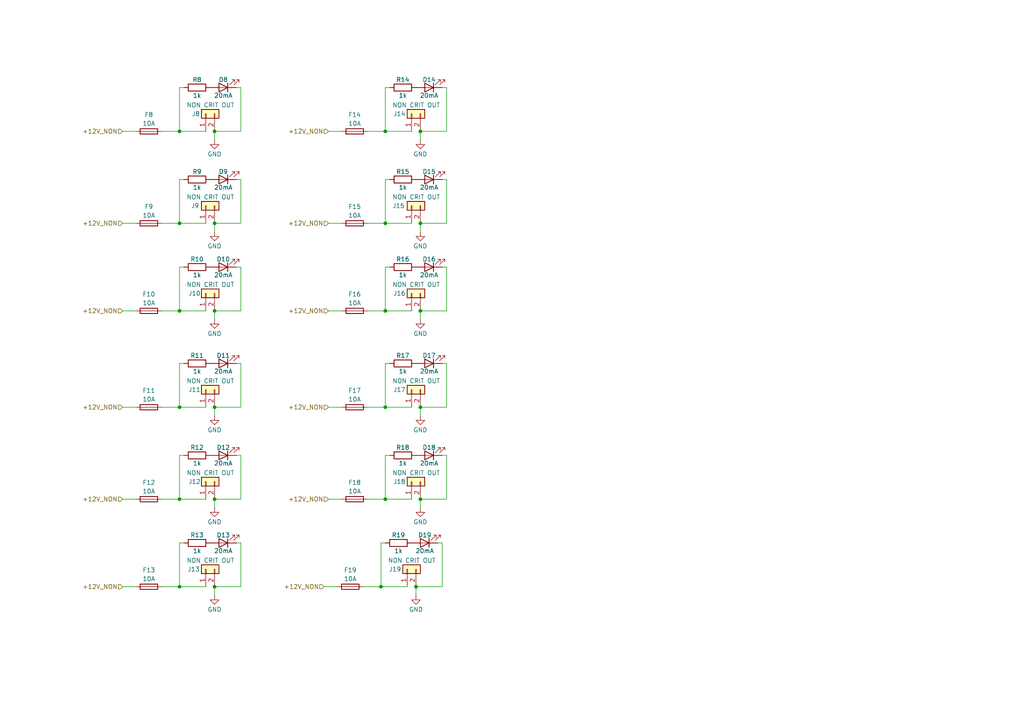
<source format=kicad_sch>
(kicad_sch (version 20231120) (generator "eeschema") (generator_version "8.0")
  (paper "A4")
  (lib_symbols
    (symbol "Connector_Generic:Conn_01x02" (pin_names (offset 1.016) hide)
      (property "Reference" "J" (at 0 2.54 0))
      (property "Value" "Conn_01x02" (at 0 -5.08 0))
      (symbol "Conn_01x02_1_1"
        (rectangle (start -1.27 -2.413) (end 0 -2.667) (stroke (width 0.1524)))
        (rectangle (start -1.27 0.127) (end 0 -0.127) (stroke (width 0.1524)))
        (rectangle (start -1.27 1.27) (end 1.27 -3.81) (stroke (width 0.254)) (fill (type background)))
        (pin passive line (at -5.08 0 0) (length 3.81) (name "Pin_1") (number "1"))
        (pin passive line (at -5.08 -2.54 0) (length 3.81) (name "Pin_2") (number "2"))
      )
    )
    (symbol "Device:Fuse" (pin_numbers hide) (pin_names (offset 0))
      (property "Reference" "F" (at 2.032 0 90))
      (property "Value" "Fuse" (at -1.905 0 90))
      (symbol "Fuse_0_1"
        (rectangle (start -0.762 -2.54) (end 0.762 2.54) (stroke (width 0.254)))
        (polyline (pts (xy 0 2.54) (xy 0 -2.54)))
      )
      (symbol "Fuse_1_1"
        (pin passive line (at 0 3.81 270) (length 1.27) (name "~") (number "1"))
        (pin passive line (at 0 -3.81 90) (length 1.27) (name "~") (number "2"))
      )
    )
    (symbol "Device:LED" (pin_numbers hide) (pin_names (offset 1.016) hide)
      (property "Reference" "D" (at 0 2.54 0))
      (property "Value" "LED" (at 0 -2.54 0))
      (symbol "LED_0_1"
        (polyline (pts (xy -1.27 -1.27) (xy -1.27 1.27)) (stroke (width 0.254)))
        (polyline (pts (xy -1.27 0) (xy 1.27 0)))
        (polyline (pts (xy 1.27 -1.27) (xy 1.27 1.27) (xy -1.27 0) (xy 1.27 -1.27)) (stroke (width 0.254)))
        (polyline (pts (xy -3.048 -0.762) (xy -4.572 -2.286) (xy -3.81 -2.286) (xy -4.572 -2.286) (xy -4.572 -1.524)))
        (polyline (pts (xy -1.778 -0.762) (xy -3.302 -2.286) (xy -2.54 -2.286) (xy -3.302 -2.286) (xy -3.302 -1.524)))
      )
      (symbol "LED_1_1"
        (pin passive line (at -3.81 0 0) (length 2.54) (name "K") (number "1"))
        (pin passive line (at 3.81 0 180) (length 2.54) (name "A") (number "2"))
      )
    )
    (symbol "Device:R" (pin_numbers hide) (pin_names (offset 0))
      (property "Reference" "R" (at 2.032 0 90))
      (property "Value" "R" (at 0 0 90))
      (symbol "R_0_1"
        (rectangle (start -1.016 -2.54) (end 1.016 2.54) (stroke (width 0.254)))
      )
      (symbol "R_1_1"
        (pin passive line (at 0 3.81 270) (length 1.27) (name "~") (number "1"))
        (pin passive line (at 0 -3.81 90) (length 1.27) (name "~") (number "2"))
      )
    )
    (symbol "power:GND1" (power) (pin_numbers hide) (pin_names (offset 0) hide)
      (property "Value" "GND1" (at 0 -3.81 0))
      (symbol "GND1_0_1"
        (polyline (pts (xy 0 0) (xy 0 -1.27) (xy 1.27 -1.27) (xy 0 -2.54) (xy -1.27 -1.27) (xy 0 -1.27)))
      )
      (symbol "GND1_1_1"
        (pin power_in line (at 0 0 270) (length 0) (name "~") (number "1"))
      )
    )
  )
  (junction (at 121.92 144.78))
  (junction (at 111.76 118.11))
  (junction (at 62.23 38.1))
  (junction (at 52.07 64.77))
  (junction (at 120.65 170.18))
  (junction (at 62.23 170.18))
  (junction (at 121.92 64.77))
  (junction (at 121.92 118.11))
  (junction (at 110.49 170.18))
  (junction (at 111.76 90.17))
  (junction (at 52.07 118.11))
  (junction (at 121.92 38.1))
  (junction (at 62.23 64.77))
  (junction (at 52.07 90.17))
  (junction (at 52.07 144.78))
  (junction (at 52.07 170.18))
  (junction (at 121.92 90.17))
  (junction (at 62.23 118.11))
  (junction (at 52.07 38.1))
  (junction (at 62.23 90.17))
  (junction (at 62.23 144.78))
  (junction (at 111.76 38.1))
  (junction (at 111.76 64.77))
  (junction (at 111.76 144.78))
  (wire (pts (xy 35.56 144.78) (xy 39.37 144.78)))
  (wire (pts (xy 46.99 118.11) (xy 52.07 118.11)))
  (wire (pts (xy 111.76 118.11) (xy 119.38 118.11)))
  (wire (pts (xy 46.99 170.18) (xy 52.07 170.18)))
  (wire (pts (xy 69.85 105.41) (xy 69.85 118.11)))
  (wire (pts (xy 93.98 170.18) (xy 97.79 170.18)))
  (wire (pts (xy 52.07 105.41) (xy 52.07 118.11)))
  (wire (pts (xy 121.92 144.78) (xy 121.92 147.32)))
  (wire (pts (xy 52.07 77.47) (xy 52.07 90.17)))
  (wire (pts (xy 111.76 144.78) (xy 119.38 144.78)))
  (wire (pts (xy 69.85 64.77) (xy 62.23 64.77)))
  (wire (pts (xy 106.68 64.77) (xy 111.76 64.77)))
  (wire (pts (xy 110.49 157.48) (xy 111.76 157.48)))
  (wire (pts (xy 111.76 52.07) (xy 111.76 64.77)))
  (wire (pts (xy 95.25 90.17) (xy 99.06 90.17)))
  (wire (pts (xy 128.27 170.18) (xy 120.65 170.18)))
  (wire (pts (xy 52.07 64.77) (xy 59.69 64.77)))
  (wire (pts (xy 69.85 157.48) (xy 69.85 170.18)))
  (wire (pts (xy 69.85 52.07) (xy 69.85 64.77)))
  (wire (pts (xy 111.76 132.08) (xy 113.03 132.08)))
  (wire (pts (xy 69.85 90.17) (xy 62.23 90.17)))
  (wire (pts (xy 52.07 118.11) (xy 59.69 118.11)))
  (wire (pts (xy 69.85 105.41) (xy 68.58 105.41)))
  (wire (pts (xy 111.76 25.4) (xy 111.76 38.1)))
  (wire (pts (xy 95.25 64.77) (xy 99.06 64.77)))
  (wire (pts (xy 128.27 157.48) (xy 127 157.48)))
  (wire (pts (xy 129.54 132.08) (xy 128.27 132.08)))
  (wire (pts (xy 69.85 52.07) (xy 68.58 52.07)))
  (wire (pts (xy 129.54 144.78) (xy 121.92 144.78)))
  (wire (pts (xy 52.07 52.07) (xy 53.34 52.07)))
  (wire (pts (xy 129.54 52.07) (xy 128.27 52.07)))
  (wire (pts (xy 129.54 64.77) (xy 121.92 64.77)))
  (wire (pts (xy 129.54 52.07) (xy 129.54 64.77)))
  (wire (pts (xy 35.56 64.77) (xy 39.37 64.77)))
  (wire (pts (xy 52.07 77.47) (xy 53.34 77.47)))
  (wire (pts (xy 52.07 38.1) (xy 59.69 38.1)))
  (wire (pts (xy 128.27 157.48) (xy 128.27 170.18)))
  (wire (pts (xy 111.76 77.47) (xy 113.03 77.47)))
  (wire (pts (xy 121.92 38.1) (xy 121.92 40.64)))
  (wire (pts (xy 110.49 157.48) (xy 110.49 170.18)))
  (wire (pts (xy 129.54 25.4) (xy 129.54 38.1)))
  (wire (pts (xy 129.54 77.47) (xy 128.27 77.47)))
  (wire (pts (xy 129.54 38.1) (xy 121.92 38.1)))
  (wire (pts (xy 106.68 118.11) (xy 111.76 118.11)))
  (wire (pts (xy 111.76 105.41) (xy 111.76 118.11)))
  (wire (pts (xy 52.07 132.08) (xy 52.07 144.78)))
  (wire (pts (xy 52.07 90.17) (xy 59.69 90.17)))
  (wire (pts (xy 69.85 25.4) (xy 68.58 25.4)))
  (wire (pts (xy 52.07 105.41) (xy 53.34 105.41)))
  (wire (pts (xy 111.76 132.08) (xy 111.76 144.78)))
  (wire (pts (xy 121.92 64.77) (xy 121.92 67.31)))
  (wire (pts (xy 120.65 170.18) (xy 120.65 172.72)))
  (wire (pts (xy 95.25 118.11) (xy 99.06 118.11)))
  (wire (pts (xy 111.76 25.4) (xy 113.03 25.4)))
  (wire (pts (xy 111.76 90.17) (xy 119.38 90.17)))
  (wire (pts (xy 62.23 38.1) (xy 62.23 40.64)))
  (wire (pts (xy 62.23 170.18) (xy 62.23 172.72)))
  (wire (pts (xy 35.56 90.17) (xy 39.37 90.17)))
  (wire (pts (xy 111.76 52.07) (xy 113.03 52.07)))
  (wire (pts (xy 69.85 25.4) (xy 69.85 38.1)))
  (wire (pts (xy 62.23 64.77) (xy 62.23 67.31)))
  (wire (pts (xy 121.92 118.11) (xy 121.92 120.65)))
  (wire (pts (xy 35.56 170.18) (xy 39.37 170.18)))
  (wire (pts (xy 105.41 170.18) (xy 110.49 170.18)))
  (wire (pts (xy 110.49 170.18) (xy 118.11 170.18)))
  (wire (pts (xy 69.85 170.18) (xy 62.23 170.18)))
  (wire (pts (xy 69.85 38.1) (xy 62.23 38.1)))
  (wire (pts (xy 35.56 118.11) (xy 39.37 118.11)))
  (wire (pts (xy 111.76 77.47) (xy 111.76 90.17)))
  (wire (pts (xy 129.54 25.4) (xy 128.27 25.4)))
  (wire (pts (xy 62.23 118.11) (xy 62.23 120.65)))
  (wire (pts (xy 46.99 144.78) (xy 52.07 144.78)))
  (wire (pts (xy 69.85 157.48) (xy 68.58 157.48)))
  (wire (pts (xy 69.85 77.47) (xy 68.58 77.47)))
  (wire (pts (xy 52.07 144.78) (xy 59.69 144.78)))
  (wire (pts (xy 129.54 105.41) (xy 129.54 118.11)))
  (wire (pts (xy 111.76 38.1) (xy 119.38 38.1)))
  (wire (pts (xy 52.07 25.4) (xy 52.07 38.1)))
  (wire (pts (xy 95.25 144.78) (xy 99.06 144.78)))
  (wire (pts (xy 95.25 38.1) (xy 99.06 38.1)))
  (wire (pts (xy 69.85 132.08) (xy 69.85 144.78)))
  (wire (pts (xy 52.07 170.18) (xy 59.69 170.18)))
  (wire (pts (xy 69.85 144.78) (xy 62.23 144.78)))
  (wire (pts (xy 121.92 90.17) (xy 121.92 92.71)))
  (wire (pts (xy 46.99 90.17) (xy 52.07 90.17)))
  (wire (pts (xy 52.07 157.48) (xy 52.07 170.18)))
  (wire (pts (xy 111.76 105.41) (xy 113.03 105.41)))
  (wire (pts (xy 46.99 38.1) (xy 52.07 38.1)))
  (wire (pts (xy 106.68 90.17) (xy 111.76 90.17)))
  (wire (pts (xy 111.76 64.77) (xy 119.38 64.77)))
  (wire (pts (xy 52.07 52.07) (xy 52.07 64.77)))
  (wire (pts (xy 129.54 118.11) (xy 121.92 118.11)))
  (wire (pts (xy 69.85 77.47) (xy 69.85 90.17)))
  (wire (pts (xy 69.85 132.08) (xy 68.58 132.08)))
  (wire (pts (xy 35.56 38.1) (xy 39.37 38.1)))
  (wire (pts (xy 52.07 157.48) (xy 53.34 157.48)))
  (wire (pts (xy 129.54 77.47) (xy 129.54 90.17)))
  (wire (pts (xy 69.85 118.11) (xy 62.23 118.11)))
  (wire (pts (xy 62.23 144.78) (xy 62.23 147.32)))
  (wire (pts (xy 52.07 25.4) (xy 53.34 25.4)))
  (wire (pts (xy 62.23 90.17) (xy 62.23 92.71)))
  (wire (pts (xy 106.68 144.78) (xy 111.76 144.78)))
  (wire (pts (xy 46.99 64.77) (xy 52.07 64.77)))
  (wire (pts (xy 106.68 38.1) (xy 111.76 38.1)))
  (wire (pts (xy 52.07 132.08) (xy 53.34 132.08)))
  (wire (pts (xy 129.54 132.08) (xy 129.54 144.78)))
  (wire (pts (xy 129.54 90.17) (xy 121.92 90.17)))
  (wire (pts (xy 129.54 105.41) (xy 128.27 105.41)))
  (hierarchical_label "+12V_NON" (shape input) (at 95.25 118.11 180))
  (hierarchical_label "+12V_NON" (shape input) (at 95.25 90.17 180))
  (hierarchical_label "+12V_NON" (shape input) (at 95.25 38.1 180))
  (hierarchical_label "+12V_NON" (shape input) (at 35.56 144.78 180))
  (hierarchical_label "+12V_NON" (shape input) (at 35.56 118.11 180))
  (hierarchical_label "+12V_NON" (shape input) (at 95.25 144.78 180))
  (hierarchical_label "+12V_NON" (shape input) (at 95.25 64.77 180))
  (hierarchical_label "+12V_NON" (shape input) (at 93.98 170.18 180))
  (hierarchical_label "+12V_NON" (shape input) (at 35.56 64.77 180))
  (hierarchical_label "+12V_NON" (shape input) (at 35.56 170.18 180))
  (hierarchical_label "+12V_NON" (shape input) (at 35.56 90.17 180))
  (hierarchical_label "+12V_NON" (shape input) (at 35.56 38.1 180))
  (symbol (lib_id "Connector_Generic:Conn_01x02") (at 59.69 139.7 90) (unit 1)
    (property "Reference" "J12" (at 54.61 139.7 90) (effects (justify right)))
    (property "Value" "NON CRIT OUT" (at 54.102 137.16 90) (effects (justify right)))
    (property "Footprint" "footprints:Molex_Micro-Fit_3.0_43650-0215_1x02_P3.00mm_Vertical" (effects (hide yes)))
    (property "Description" "Generic connector, single row, 01x02, script generated (kicad-library-utils/schlib/autogen/connector/)" (effects (hide yes)))
  )
  (symbol (lib_id "Device:LED") (at 64.77 157.48 180) (unit 1)
    (property "Reference" "D13" (at 64.77 155.194 0))
    (property "Value" "20mA" (at 64.77 159.766 0))
    (property "Footprint" "LED_SMD:LED_0805_2012Metric" (effects (hide yes)))
    (property "Description" "Light emitting diode" (effects (hide yes)))
  )
  (symbol (lib_id "Device:Fuse") (at 43.18 170.18 90) (unit 1)
    (property "Reference" "F13" (at 43.18 165.354 90))
    (property "Value" "10A" (at 43.18 167.894 90))
    (property "Footprint" "footprints:3588" (effects (hide yes)))
    (property "Description" "Fuse" (effects (hide yes)))
  )
  (symbol (lib_id "Device:Fuse") (at 101.6 170.18 90) (unit 1)
    (property "Reference" "F19" (at 101.6 165.354 90))
    (property "Value" "10A" (at 101.6 167.894 90))
    (property "Footprint" "footprints:3588" (effects (hide yes)))
    (property "Description" "Fuse" (effects (hide yes)))
  )
  (symbol (lib_id "Connector_Generic:Conn_01x02") (at 59.69 113.03 90) (unit 1)
    (property "Reference" "J11" (at 54.61 113.03 90) (effects (justify right)))
    (property "Value" "NON CRIT OUT" (at 54.102 110.49 90) (effects (justify right)))
    (property "Footprint" "footprints:Molex_Micro-Fit_3.0_43650-0215_1x02_P3.00mm_Vertical" (effects (hide yes)))
    (property "Description" "Generic connector, single row, 01x02, script generated (kicad-library-utils/schlib/autogen/connector/)" (effects (hide yes)))
  )
  (symbol (lib_id "Device:Fuse") (at 43.18 144.78 90) (unit 1)
    (property "Reference" "F12" (at 43.18 139.954 90))
    (property "Value" "10A" (at 43.18 142.494 90))
    (property "Footprint" "footprints:3588" (effects (hide yes)))
    (property "Description" "Fuse" (effects (hide yes)))
  )
  (symbol (lib_id "power:GND1") (at 62.23 40.64 0) (unit 1)
    (property "Reference" "#PWR01" (effects (hide yes)))
    (property "Value" "GND" (at 62.23 44.704 0))
    (property "Description" "Power symbol creates a global label with name \"GND1\" , ground" (effects (hide yes)))
  )
  (symbol (lib_id "Device:Fuse") (at 43.18 64.77 90) (unit 1)
    (property "Reference" "F9" (at 43.18 59.944 90))
    (property "Value" "10A" (at 43.18 62.484 90))
    (property "Footprint" "footprints:3588" (effects (hide yes)))
    (property "Description" "Fuse" (effects (hide yes)))
  )
  (symbol (lib_id "Device:LED") (at 123.19 157.48 180) (unit 1)
    (property "Reference" "D19" (at 123.19 155.194 0))
    (property "Value" "20mA" (at 123.19 159.766 0))
    (property "Footprint" "LED_SMD:LED_0805_2012Metric" (effects (hide yes)))
    (property "Description" "Light emitting diode" (effects (hide yes)))
  )
  (symbol (lib_id "Device:LED") (at 124.46 105.41 180) (unit 1)
    (property "Reference" "D17" (at 124.46 103.124 0))
    (property "Value" "20mA" (at 124.46 107.696 0))
    (property "Footprint" "LED_SMD:LED_0805_2012Metric" (effects (hide yes)))
    (property "Description" "Light emitting diode" (effects (hide yes)))
  )
  (symbol (lib_id "Connector_Generic:Conn_01x02") (at 59.69 165.1 90) (unit 1)
    (property "Reference" "J13" (at 54.356 165.1 90) (effects (justify right)))
    (property "Value" "NON CRIT OUT" (at 54.102 162.56 90) (effects (justify right)))
    (property "Footprint" "footprints:Molex_Micro-Fit_3.0_43650-0215_1x02_P3.00mm_Vertical" (effects (hide yes)))
    (property "Description" "Generic connector, single row, 01x02, script generated (kicad-library-utils/schlib/autogen/connector/)" (effects (hide yes)))
  )
  (symbol (lib_id "Device:R") (at 115.57 157.48 90) (unit 1)
    (property "Reference" "R19" (at 115.57 155.194 90))
    (property "Value" "1k" (at 115.57 159.766 90))
    (property "Footprint" "Resistor_SMD:R_0805_2012Metric" (effects (hide yes)))
    (property "Description" "Resistor" (effects (hide yes)))
  )
  (symbol (lib_id "Connector_Generic:Conn_01x02") (at 119.38 139.7 90) (unit 1)
    (property "Reference" "J18" (at 114.046 139.7 90) (effects (justify right)))
    (property "Value" "NON CRIT OUT" (at 113.792 137.16 90) (effects (justify right)))
    (property "Footprint" "footprints:Molex_Micro-Fit_3.0_43650-0215_1x02_P3.00mm_Vertical" (effects (hide yes)))
    (property "Description" "Generic connector, single row, 01x02, script generated (kicad-library-utils/schlib/autogen/connector/)" (effects (hide yes)))
  )
  (symbol (lib_id "power:GND1") (at 120.65 172.72 0) (unit 1)
    (property "Reference" "#PWR027" (effects (hide yes)))
    (property "Value" "GND" (at 120.65 176.784 0))
    (property "Description" "Power symbol creates a global label with name \"GND1\" , ground" (effects (hide yes)))
  )
  (symbol (lib_id "Connector_Generic:Conn_01x02") (at 119.38 33.02 90) (unit 1)
    (property "Reference" "J14" (at 114.046 33.02 90) (effects (justify right)))
    (property "Value" "NON CRIT OUT" (at 113.792 30.48 90) (effects (justify right)))
    (property "Footprint" "footprints:Molex_Micro-Fit_3.0_43650-0215_1x02_P3.00mm_Vertical" (effects (hide yes)))
    (property "Description" "Generic connector, single row, 01x02, script generated (kicad-library-utils/schlib/autogen/connector/)" (effects (hide yes)))
  )
  (symbol (lib_id "Device:LED") (at 124.46 52.07 180) (unit 1)
    (property "Reference" "D15" (at 124.46 49.784 0))
    (property "Value" "20mA" (at 124.46 54.356 0))
    (property "Footprint" "LED_SMD:LED_0805_2012Metric" (effects (hide yes)))
    (property "Description" "Light emitting diode" (effects (hide yes)))
  )
  (symbol (lib_id "Device:R") (at 57.15 105.41 90) (unit 1)
    (property "Reference" "R11" (at 57.15 103.124 90))
    (property "Value" "1k" (at 57.15 107.696 90))
    (property "Footprint" "Resistor_SMD:R_0805_2012Metric" (effects (hide yes)))
    (property "Description" "Resistor" (effects (hide yes)))
  )
  (symbol (lib_id "Device:R") (at 57.15 157.48 90) (unit 1)
    (property "Reference" "R13" (at 57.15 155.194 90))
    (property "Value" "1k" (at 57.15 159.766 90))
    (property "Footprint" "Resistor_SMD:R_0805_2012Metric" (effects (hide yes)))
    (property "Description" "Resistor" (effects (hide yes)))
  )
  (symbol (lib_id "power:GND1") (at 62.23 67.31 0) (unit 1)
    (property "Reference" "#PWR02" (effects (hide yes)))
    (property "Value" "GND" (at 62.23 71.374 0))
    (property "Description" "Power symbol creates a global label with name \"GND1\" , ground" (effects (hide yes)))
  )
  (symbol (lib_id "Device:Fuse") (at 102.87 64.77 90) (unit 1)
    (property "Reference" "F15" (at 102.87 59.944 90))
    (property "Value" "10A" (at 102.87 62.484 90))
    (property "Footprint" "footprints:3588" (effects (hide yes)))
    (property "Description" "Fuse" (effects (hide yes)))
  )
  (symbol (lib_id "Device:R") (at 57.15 25.4 90) (unit 1)
    (property "Reference" "R8" (at 57.15 23.114 90))
    (property "Value" "1k" (at 57.15 27.686 90))
    (property "Footprint" "Resistor_SMD:R_0805_2012Metric" (effects (hide yes)))
    (property "Description" "Resistor" (effects (hide yes)))
  )
  (symbol (lib_id "Device:R") (at 116.84 77.47 90) (unit 1)
    (property "Reference" "R16" (at 116.84 75.184 90))
    (property "Value" "1k" (at 116.84 79.756 90))
    (property "Footprint" "Resistor_SMD:R_0805_2012Metric" (effects (hide yes)))
    (property "Description" "Resistor" (effects (hide yes)))
  )
  (symbol (lib_id "Device:Fuse") (at 102.87 90.17 90) (unit 1)
    (property "Reference" "F16" (at 102.87 85.344 90))
    (property "Value" "10A" (at 102.87 87.884 90))
    (property "Footprint" "footprints:3588" (effects (hide yes)))
    (property "Description" "Fuse" (effects (hide yes)))
  )
  (symbol (lib_id "power:GND1") (at 62.23 172.72 0) (unit 1)
    (property "Reference" "#PWR09" (effects (hide yes)))
    (property "Value" "GND" (at 62.23 176.784 0))
    (property "Description" "Power symbol creates a global label with name \"GND1\" , ground" (effects (hide yes)))
  )
  (symbol (lib_id "Device:LED") (at 124.46 25.4 180) (unit 1)
    (property "Reference" "D14" (at 124.46 23.114 0))
    (property "Value" "20mA" (at 124.46 27.686 0))
    (property "Footprint" "LED_SMD:LED_0805_2012Metric" (effects (hide yes)))
    (property "Description" "Light emitting diode" (effects (hide yes)))
  )
  (symbol (lib_id "Device:Fuse") (at 43.18 38.1 90) (unit 1)
    (property "Reference" "F8" (at 43.18 33.274 90))
    (property "Value" "10A" (at 43.18 35.814 90))
    (property "Footprint" "footprints:3588" (effects (hide yes)))
    (property "Description" "Fuse" (effects (hide yes)))
  )
  (symbol (lib_id "Device:LED") (at 124.46 132.08 180) (unit 1)
    (property "Reference" "D18" (at 124.46 129.794 0))
    (property "Value" "20mA" (at 124.46 134.366 0))
    (property "Footprint" "LED_SMD:LED_0805_2012Metric" (effects (hide yes)))
    (property "Description" "Light emitting diode" (effects (hide yes)))
  )
  (symbol (lib_id "Device:R") (at 57.15 132.08 90) (unit 1)
    (property "Reference" "R12" (at 57.15 129.794 90))
    (property "Value" "1k" (at 57.15 134.366 90))
    (property "Footprint" "Resistor_SMD:R_0805_2012Metric" (effects (hide yes)))
    (property "Description" "Resistor" (effects (hide yes)))
  )
  (symbol (lib_id "Device:R") (at 116.84 52.07 90) (unit 1)
    (property "Reference" "R15" (at 116.84 49.784 90))
    (property "Value" "1k" (at 116.84 54.356 90))
    (property "Footprint" "Resistor_SMD:R_0805_2012Metric" (effects (hide yes)))
    (property "Description" "Resistor" (effects (hide yes)))
  )
  (symbol (lib_id "Device:R") (at 57.15 77.47 90) (unit 1)
    (property "Reference" "R10" (at 57.15 75.184 90))
    (property "Value" "1k" (at 57.15 79.756 90))
    (property "Footprint" "Resistor_SMD:R_0805_2012Metric" (effects (hide yes)))
    (property "Description" "Resistor" (effects (hide yes)))
  )
  (symbol (lib_id "power:GND1") (at 121.92 40.64 0) (unit 1)
    (property "Reference" "#PWR010" (effects (hide yes)))
    (property "Value" "GND" (at 121.92 44.704 0))
    (property "Description" "Power symbol creates a global label with name \"GND1\" , ground" (effects (hide yes)))
  )
  (symbol (lib_id "Connector_Generic:Conn_01x02") (at 59.69 85.09 90) (unit 1)
    (property "Reference" "J10" (at 54.61 85.09 90) (effects (justify right)))
    (property "Value" "NON CRIT OUT" (at 54.102 82.55 90) (effects (justify right)))
    (property "Footprint" "footprints:Molex_Micro-Fit_3.0_43650-0215_1x02_P3.00mm_Vertical" (effects (hide yes)))
    (property "Description" "Generic connector, single row, 01x02, script generated (kicad-library-utils/schlib/autogen/connector/)" (effects (hide yes)))
  )
  (symbol (lib_id "Device:Fuse") (at 43.18 90.17 90) (unit 1)
    (property "Reference" "F10" (at 43.18 85.344 90))
    (property "Value" "10A" (at 43.18 87.884 90))
    (property "Footprint" "footprints:3588" (effects (hide yes)))
    (property "Description" "Fuse" (effects (hide yes)))
  )
  (symbol (lib_id "power:GND1") (at 121.92 120.65 0) (unit 1)
    (property "Reference" "#PWR025" (effects (hide yes)))
    (property "Value" "GND" (at 121.92 124.714 0))
    (property "Description" "Power symbol creates a global label with name \"GND1\" , ground" (effects (hide yes)))
  )
  (symbol (lib_id "power:GND1") (at 121.92 67.31 0) (unit 1)
    (property "Reference" "#PWR023" (effects (hide yes)))
    (property "Value" "GND" (at 121.92 71.374 0))
    (property "Description" "Power symbol creates a global label with name \"GND1\" , ground" (effects (hide yes)))
  )
  (symbol (lib_id "Device:LED") (at 64.77 132.08 180) (unit 1)
    (property "Reference" "D12" (at 64.77 129.794 0))
    (property "Value" "20mA" (at 64.77 134.366 0))
    (property "Footprint" "LED_SMD:LED_0805_2012Metric" (effects (hide yes)))
    (property "Description" "Light emitting diode" (effects (hide yes)))
  )
  (symbol (lib_id "Device:LED") (at 64.77 52.07 180) (unit 1)
    (property "Reference" "D9" (at 64.77 49.784 0))
    (property "Value" "20mA" (at 64.77 54.356 0))
    (property "Footprint" "LED_SMD:LED_0805_2012Metric" (effects (hide yes)))
    (property "Description" "Light emitting diode" (effects (hide yes)))
  )
  (symbol (lib_id "Device:R") (at 116.84 105.41 90) (unit 1)
    (property "Reference" "R17" (at 116.84 103.124 90))
    (property "Value" "1k" (at 116.84 107.696 90))
    (property "Footprint" "Resistor_SMD:R_0805_2012Metric" (effects (hide yes)))
    (property "Description" "Resistor" (effects (hide yes)))
  )
  (symbol (lib_id "Connector_Generic:Conn_01x02") (at 119.38 113.03 90) (unit 1)
    (property "Reference" "J17" (at 114.046 113.03 90) (effects (justify right)))
    (property "Value" "NON CRIT OUT" (at 113.792 110.49 90) (effects (justify right)))
    (property "Footprint" "footprints:Molex_Micro-Fit_3.0_43650-0215_1x02_P3.00mm_Vertical" (effects (hide yes)))
    (property "Description" "Generic connector, single row, 01x02, script generated (kicad-library-utils/schlib/autogen/connector/)" (effects (hide yes)))
  )
  (symbol (lib_id "Device:R") (at 57.15 52.07 90) (unit 1)
    (property "Reference" "R9" (at 57.15 49.784 90))
    (property "Value" "1k" (at 57.15 54.356 90))
    (property "Footprint" "Resistor_SMD:R_0805_2012Metric" (effects (hide yes)))
    (property "Description" "Resistor" (effects (hide yes)))
  )
  (symbol (lib_id "Device:Fuse") (at 43.18 118.11 90) (unit 1)
    (property "Reference" "F11" (at 43.18 113.284 90))
    (property "Value" "10A" (at 43.18 115.824 90))
    (property "Footprint" "footprints:3588" (effects (hide yes)))
    (property "Description" "Fuse" (effects (hide yes)))
  )
  (symbol (lib_id "Device:LED") (at 64.77 77.47 180) (unit 1)
    (property "Reference" "D10" (at 64.77 75.184 0))
    (property "Value" "20mA" (at 64.77 79.756 0))
    (property "Footprint" "LED_SMD:LED_0805_2012Metric" (effects (hide yes)))
    (property "Description" "Light emitting diode" (effects (hide yes)))
  )
  (symbol (lib_id "Device:LED") (at 64.77 25.4 180) (unit 1)
    (property "Reference" "D8" (at 64.77 23.114 0))
    (property "Value" "20mA" (at 64.77 27.686 0))
    (property "Footprint" "LED_SMD:LED_0805_2012Metric" (effects (hide yes)))
    (property "Description" "Light emitting diode" (effects (hide yes)))
  )
  (symbol (lib_id "Device:Fuse") (at 102.87 38.1 90) (unit 1)
    (property "Reference" "F14" (at 102.87 33.274 90))
    (property "Value" "10A" (at 102.87 35.814 90))
    (property "Footprint" "footprints:3588" (effects (hide yes)))
    (property "Description" "Fuse" (effects (hide yes)))
  )
  (symbol (lib_id "Connector_Generic:Conn_01x02") (at 119.38 85.09 90) (unit 1)
    (property "Reference" "J16" (at 114.046 85.09 90) (effects (justify right)))
    (property "Value" "NON CRIT OUT" (at 113.792 82.55 90) (effects (justify right)))
    (property "Footprint" "footprints:Molex_Micro-Fit_3.0_43650-0215_1x02_P3.00mm_Vertical" (effects (hide yes)))
    (property "Description" "Generic connector, single row, 01x02, script generated (kicad-library-utils/schlib/autogen/connector/)" (effects (hide yes)))
  )
  (symbol (lib_id "power:GND1") (at 121.92 92.71 0) (unit 1)
    (property "Reference" "#PWR024" (effects (hide yes)))
    (property "Value" "GND" (at 121.92 96.774 0))
    (property "Description" "Power symbol creates a global label with name \"GND1\" , ground" (effects (hide yes)))
  )
  (symbol (lib_id "Device:LED") (at 64.77 105.41 180) (unit 1)
    (property "Reference" "D11" (at 64.77 103.124 0))
    (property "Value" "20mA" (at 64.77 107.696 0))
    (property "Footprint" "LED_SMD:LED_0805_2012Metric" (effects (hide yes)))
    (property "Description" "Light emitting diode" (effects (hide yes)))
  )
  (symbol (lib_id "Device:LED") (at 124.46 77.47 180) (unit 1)
    (property "Reference" "D16" (at 124.46 75.184 0))
    (property "Value" "20mA" (at 124.46 79.756 0))
    (property "Footprint" "LED_SMD:LED_0805_2012Metric" (effects (hide yes)))
    (property "Description" "Light emitting diode" (effects (hide yes)))
  )
  (symbol (lib_id "Device:Fuse") (at 102.87 144.78 90) (unit 1)
    (property "Reference" "F18" (at 102.87 139.954 90))
    (property "Value" "10A" (at 102.87 142.494 90))
    (property "Footprint" "footprints:3588" (effects (hide yes)))
    (property "Description" "Fuse" (effects (hide yes)))
  )
  (symbol (lib_id "power:GND1") (at 62.23 120.65 0) (unit 1)
    (property "Reference" "#PWR04" (effects (hide yes)))
    (property "Value" "GND" (at 62.23 124.714 0))
    (property "Description" "Power symbol creates a global label with name \"GND1\" , ground" (effects (hide yes)))
  )
  (symbol (lib_id "power:GND1") (at 62.23 92.71 0) (unit 1)
    (property "Reference" "#PWR03" (effects (hide yes)))
    (property "Value" "GND" (at 62.23 96.774 0))
    (property "Description" "Power symbol creates a global label with name \"GND1\" , ground" (effects (hide yes)))
  )
  (symbol (lib_id "Device:R") (at 116.84 132.08 90) (unit 1)
    (property "Reference" "R18" (at 116.84 129.794 90))
    (property "Value" "1k" (at 116.84 134.366 90))
    (property "Footprint" "Resistor_SMD:R_0805_2012Metric" (effects (hide yes)))
    (property "Description" "Resistor" (effects (hide yes)))
  )
  (symbol (lib_id "power:GND1") (at 62.23 147.32 0) (unit 1)
    (property "Reference" "#PWR07" (effects (hide yes)))
    (property "Value" "GND" (at 62.23 151.384 0))
    (property "Description" "Power symbol creates a global label with name \"GND1\" , ground" (effects (hide yes)))
  )
  (symbol (lib_id "Connector_Generic:Conn_01x02") (at 59.69 33.02 90) (unit 1)
    (property "Reference" "J8" (at 55.626 33.02 90) (effects (justify right)))
    (property "Value" "NON CRIT OUT" (at 54.102 30.48 90) (effects (justify right)))
    (property "Footprint" "footprints:Molex_Micro-Fit_3.0_43650-0215_1x02_P3.00mm_Vertical" (effects (hide yes)))
    (property "Description" "Generic connector, single row, 01x02, script generated (kicad-library-utils/schlib/autogen/connector/)" (effects (hide yes)))
  )
  (symbol (lib_id "Connector_Generic:Conn_01x02") (at 59.69 59.69 90) (unit 1)
    (property "Reference" "J9" (at 55.372 59.69 90) (effects (justify right)))
    (property "Value" "NON CRIT OUT" (at 54.102 57.15 90) (effects (justify right)))
    (property "Footprint" "footprints:Molex_Micro-Fit_3.0_43650-0215_1x02_P3.00mm_Vertical" (effects (hide yes)))
    (property "Description" "Generic connector, single row, 01x02, script generated (kicad-library-utils/schlib/autogen/connector/)" (effects (hide yes)))
  )
  (symbol (lib_id "Device:R") (at 116.84 25.4 90) (unit 1)
    (property "Reference" "R14" (at 116.84 23.114 90))
    (property "Value" "1k" (at 116.84 27.686 90))
    (property "Footprint" "Resistor_SMD:R_0805_2012Metric" (effects (hide yes)))
    (property "Description" "Resistor" (effects (hide yes)))
  )
  (symbol (lib_id "Connector_Generic:Conn_01x02") (at 119.38 59.69 90) (unit 1)
    (property "Reference" "J15" (at 113.792 59.69 90) (effects (justify right)))
    (property "Value" "NON CRIT OUT" (at 113.792 57.15 90) (effects (justify right)))
    (property "Footprint" "footprints:Molex_Micro-Fit_3.0_43650-0215_1x02_P3.00mm_Vertical" (effects (hide yes)))
    (property "Description" "Generic connector, single row, 01x02, script generated (kicad-library-utils/schlib/autogen/connector/)" (effects (hide yes)))
  )
  (symbol (lib_id "Device:Fuse") (at 102.87 118.11 90) (unit 1)
    (property "Reference" "F17" (at 102.87 113.284 90))
    (property "Value" "10A" (at 102.87 115.824 90))
    (property "Footprint" "footprints:3588" (effects (hide yes)))
    (property "Description" "Fuse" (effects (hide yes)))
  )
  (symbol (lib_id "power:GND1") (at 121.92 147.32 0) (unit 1)
    (property "Reference" "#PWR026" (effects (hide yes)))
    (property "Value" "GND" (at 121.92 151.384 0))
    (property "Description" "Power symbol creates a global label with name \"GND1\" , ground" (effects (hide yes)))
  )
  (symbol (lib_id "Connector_Generic:Conn_01x02") (at 118.11 165.1 90) (unit 1)
    (property "Reference" "J19" (at 112.776 165.1 90) (effects (justify right)))
    (property "Value" "NON CRIT OUT" (at 112.522 162.56 90) (effects (justify right)))
    (property "Footprint" "footprints:Molex_Micro-Fit_3.0_43650-0215_1x02_P3.00mm_Vertical" (effects (hide yes)))
    (property "Description" "Generic connector, single row, 01x02, script generated (kicad-library-utils/schlib/autogen/connector/)" (effects (hide yes)))
  )
)
</source>
